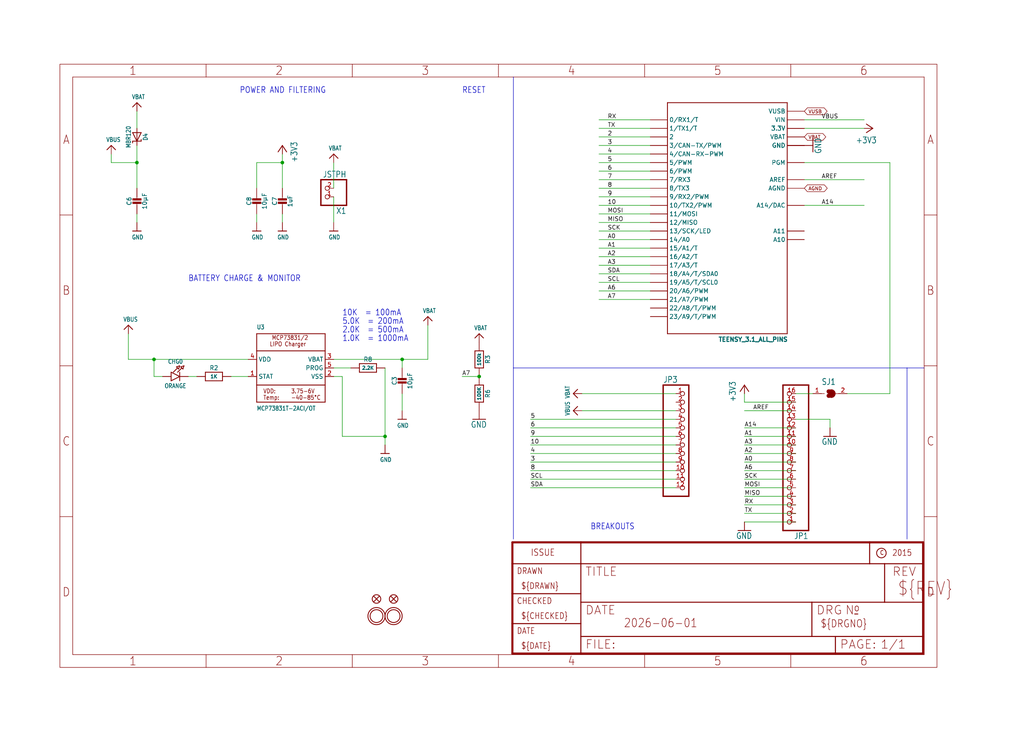
<source format=kicad_sch>
(kicad_sch (version 20230121) (generator eeschema)
  (paper "User" 303.962 217.322)
  (lib_symbols
    (symbol "working-eagle-import:+3V3" (power)
      (property "Value" "+3V3" (at -2.54 -5.08 90))
      (symbol "+3V3_1_0"
        (polyline (pts (xy 0 0) (xy -1.27 -1.905)) (stroke (width 0.254)))
        (polyline (pts (xy 1.27 -1.905) (xy 0 0)) (stroke (width 0.254)))
        (pin power_in line (at 0 -2.54 90) (length 2.54) (name "+3V3") (number "1"))
      )
    )
    (symbol "working-eagle-import:CAP_CERAMIC0603_NO"
      (property "Reference" "C" (at -2.29 1.25 90))
      (symbol "CAP_CERAMIC0603_NO_1_0"
        (rectangle (start -1.27 0.508) (end 1.27 1.016) (fill (type outline)))
        (rectangle (start -1.27 1.524) (end 1.27 2.032) (fill (type outline)))
        (polyline (pts (xy 0 0.762) (xy 0 0)) (stroke (width 0.1524)))
        (polyline (pts (xy 0 2.54) (xy 0 1.778)) (stroke (width 0.1524)))
        (pin passive line (at 0 5.08 270) (length 2.54) (name "1") (number "1"))
        (pin passive line (at 0 -2.54 90) (length 2.54) (name "2") (number "2"))
      )
    )
    (symbol "working-eagle-import:CAP_CERAMIC0805-NOOUTLINE"
      (property "Reference" "C" (at -2.29 1.25 90))
      (symbol "CAP_CERAMIC0805-NOOUTLINE_1_0"
        (rectangle (start -1.27 0.508) (end 1.27 1.016) (fill (type outline)))
        (rectangle (start -1.27 1.524) (end 1.27 2.032) (fill (type outline)))
        (polyline (pts (xy 0 0.762) (xy 0 0)) (stroke (width 0.1524)))
        (polyline (pts (xy 0 2.54) (xy 0 1.778)) (stroke (width 0.1524)))
        (pin passive line (at 0 5.08 270) (length 2.54) (name "1") (number "1"))
        (pin passive line (at 0 -2.54 90) (length 2.54) (name "2") (number "2"))
      )
    )
    (symbol "working-eagle-import:CON_JST_PH_2PIN"
      (property "Reference" "X" (at -6.35 5.715 0))
      (symbol "CON_JST_PH_2PIN_1_0"
        (polyline (pts (xy -6.35 -2.54) (xy 1.27 -2.54)) (stroke (width 0.4064)))
        (polyline (pts (xy -6.35 5.08) (xy -6.35 -2.54)) (stroke (width 0.4064)))
        (polyline (pts (xy 1.27 -2.54) (xy 1.27 5.08)) (stroke (width 0.4064)))
        (polyline (pts (xy 1.27 5.08) (xy -6.35 5.08)) (stroke (width 0.4064)))
        (pin passive inverted (at -2.54 2.54 0) (length 2.54) (name "1") (number "1"))
        (pin passive inverted (at -2.54 0 0) (length 2.54) (name "2") (number "2"))
      )
    )
    (symbol "working-eagle-import:DIODE-SCHOTTKYSOD-123"
      (property "Reference" "D" (at 0 2.54 0))
      (symbol "DIODE-SCHOTTKYSOD-123_1_0"
        (polyline (pts (xy -1.27 -1.27) (xy 1.27 0)) (stroke (width 0.254)))
        (polyline (pts (xy -1.27 1.27) (xy -1.27 -1.27)) (stroke (width 0.254)))
        (polyline (pts (xy 1.27 -1.27) (xy 1.778 -1.27)) (stroke (width 0.254)))
        (polyline (pts (xy 1.27 0) (xy -1.27 1.27)) (stroke (width 0.254)))
        (polyline (pts (xy 1.27 0) (xy 1.27 -1.27)) (stroke (width 0.254)))
        (polyline (pts (xy 1.27 1.27) (xy 0.762 1.27)) (stroke (width 0.254)))
        (polyline (pts (xy 1.27 1.27) (xy 1.27 0)) (stroke (width 0.254)))
        (pin passive line (at -2.54 0 0) (length 2.54) (name "A") (number "A"))
        (pin passive line (at 2.54 0 180) (length 2.54) (name "C") (number "C"))
      )
    )
    (symbol "working-eagle-import:FIDUCIAL{dblquote}{dblquote}"
      (symbol "FIDUCIAL{dblquote}{dblquote}_1_0"
        (polyline (pts (xy -0.762 0.762) (xy 0.762 -0.762)) (stroke (width 0.254)))
        (polyline (pts (xy 0.762 0.762) (xy -0.762 -0.762)) (stroke (width 0.254)))
        (circle (center 0 0) (radius 1.27) (stroke (width 0.254)))
      )
    )
    (symbol "working-eagle-import:FRAME_A4"
      (symbol "FRAME_A4_1_0"
        (polyline (pts (xy 0 44.7675) (xy 3.81 44.7675)))
        (polyline (pts (xy 0 89.535) (xy 3.81 89.535)))
        (polyline (pts (xy 0 134.3025) (xy 3.81 134.3025)))
        (polyline (pts (xy 3.81 3.81) (xy 3.81 175.26)))
        (polyline (pts (xy 43.3917 0) (xy 43.3917 3.81)))
        (polyline (pts (xy 43.3917 175.26) (xy 43.3917 179.07)))
        (polyline (pts (xy 86.7833 0) (xy 86.7833 3.81)))
        (polyline (pts (xy 86.7833 175.26) (xy 86.7833 179.07)))
        (polyline (pts (xy 130.175 0) (xy 130.175 3.81)))
        (polyline (pts (xy 130.175 175.26) (xy 130.175 179.07)))
        (polyline (pts (xy 173.5667 0) (xy 173.5667 3.81)))
        (polyline (pts (xy 173.5667 175.26) (xy 173.5667 179.07)))
        (polyline (pts (xy 216.9583 0) (xy 216.9583 3.81)))
        (polyline (pts (xy 216.9583 175.26) (xy 216.9583 179.07)))
        (polyline (pts (xy 256.54 3.81) (xy 3.81 3.81)))
        (polyline (pts (xy 256.54 3.81) (xy 256.54 8.89)) (stroke (width 0.1016)))
        (polyline (pts (xy 256.54 3.81) (xy 256.54 175.26)))
        (polyline (pts (xy 256.54 8.89) (xy 256.54 13.97)) (stroke (width 0.1016)))
        (polyline (pts (xy 256.54 13.97) (xy 256.54 19.05)) (stroke (width 0.1016)))
        (polyline (pts (xy 256.54 19.05) (xy 256.54 36.83)) (stroke (width 0.1016)))
        (polyline (pts (xy 256.54 44.7675) (xy 260.35 44.7675)))
        (polyline (pts (xy 256.54 89.535) (xy 260.35 89.535)))
        (polyline (pts (xy 256.54 134.3025) (xy 260.35 134.3025)))
        (polyline (pts (xy 256.54 175.26) (xy 3.81 175.26)))
        (polyline (pts (xy 0 0) (xy 260.35 0) (xy 260.35 179.07) (xy 0 179.07) (xy 0 0)))
        (text "1" (at 21.6958 1.905 0) (effects (font (size 2.54 2.286))))
        (text "1" (at 21.6958 177.165 0) (effects (font (size 2.54 2.286))))
        (text "2" (at 65.0875 1.905 0) (effects (font (size 2.54 2.286))))
        (text "2" (at 65.0875 177.165 0) (effects (font (size 2.54 2.286))))
        (text "3" (at 108.4792 1.905 0) (effects (font (size 2.54 2.286))))
        (text "3" (at 108.4792 177.165 0) (effects (font (size 2.54 2.286))))
        (text "4" (at 151.8708 1.905 0) (effects (font (size 2.54 2.286))))
        (text "4" (at 151.8708 177.165 0) (effects (font (size 2.54 2.286))))
        (text "5" (at 195.2625 1.905 0) (effects (font (size 2.54 2.286))))
        (text "5" (at 195.2625 177.165 0) (effects (font (size 2.54 2.286))))
        (text "6" (at 238.6542 1.905 0) (effects (font (size 2.54 2.286))))
        (text "6" (at 238.6542 177.165 0) (effects (font (size 2.54 2.286))))
        (text "A" (at 1.905 156.6863 0) (effects (font (size 2.54 2.286))))
        (text "A" (at 258.445 156.6863 0) (effects (font (size 2.54 2.286))))
        (text "B" (at 1.905 111.9188 0) (effects (font (size 2.54 2.286))))
        (text "B" (at 258.445 111.9188 0) (effects (font (size 2.54 2.286))))
        (text "C" (at 1.905 67.1513 0) (effects (font (size 2.54 2.286))))
        (text "C" (at 258.445 67.1513 0) (effects (font (size 2.54 2.286))))
        (text "D" (at 1.905 22.3838 0) (effects (font (size 2.54 2.286))))
        (text "D" (at 258.445 22.3838 0) (effects (font (size 2.54 2.286))))
      )
      (symbol "FRAME_A4_2_0"
        (polyline (pts (xy -0.3048 1.5748) (xy 20.0152 1.5748)) (stroke (width 0.6096)))
        (polyline (pts (xy -0.3048 10.4648) (xy -0.3048 1.5748)) (stroke (width 0.6096)))
        (polyline (pts (xy -0.3048 10.4648) (xy 20.0152 10.4648)) (stroke (width 0.3048)))
        (polyline (pts (xy -0.3048 19.3548) (xy -0.3048 10.4648)) (stroke (width 0.6096)))
        (polyline (pts (xy -0.3048 19.3548) (xy 20.0152 19.3548)) (stroke (width 0.3048)))
        (polyline (pts (xy -0.3048 28.2448) (xy -0.3048 19.3548)) (stroke (width 0.6096)))
        (polyline (pts (xy -0.3048 28.2448) (xy 20.0152 28.2448)) (stroke (width 0.3048)))
        (polyline (pts (xy -0.3048 34.5948) (xy -0.3048 28.2448)) (stroke (width 0.6096)))
        (polyline (pts (xy 20.0152 1.5748) (xy 20.0152 6.6548)) (stroke (width 0.3048)))
        (polyline (pts (xy 20.0152 1.5748) (xy 95.5802 1.5748)) (stroke (width 0.6096)))
        (polyline (pts (xy 20.0152 6.6548) (xy 20.0152 10.4648)) (stroke (width 0.3048)))
        (polyline (pts (xy 20.0152 6.6548) (xy 88.5952 6.6548)) (stroke (width 0.3048)))
        (polyline (pts (xy 20.0152 10.4648) (xy 20.0152 16.8148)) (stroke (width 0.3048)))
        (polyline (pts (xy 20.0152 16.8148) (xy 20.0152 19.3548)) (stroke (width 0.3048)))
        (polyline (pts (xy 20.0152 19.3548) (xy 20.0152 28.2448)) (stroke (width 0.3048)))
        (polyline (pts (xy 20.0152 28.2448) (xy 20.0152 34.5948)) (stroke (width 0.3048)))
        (polyline (pts (xy 20.0152 28.2448) (xy 105.7402 28.2448)) (stroke (width 0.3048)))
        (polyline (pts (xy 20.0152 34.5948) (xy -0.3048 34.5948)) (stroke (width 0.6096)))
        (polyline (pts (xy 88.5952 6.6548) (xy 95.5802 6.6548)) (stroke (width 0.3048)))
        (polyline (pts (xy 88.5952 16.8148) (xy 20.0152 16.8148)) (stroke (width 0.3048)))
        (polyline (pts (xy 88.5952 16.8148) (xy 88.5952 6.6548)) (stroke (width 0.3048)))
        (polyline (pts (xy 95.5802 1.5748) (xy 121.6152 1.5748)) (stroke (width 0.6096)))
        (polyline (pts (xy 95.5802 6.6548) (xy 95.5802 1.5748)) (stroke (width 0.3048)))
        (polyline (pts (xy 95.5802 6.6548) (xy 121.6152 6.6548)) (stroke (width 0.3048)))
        (polyline (pts (xy 101.2952 13.3223) (xy 102.2477 13.3223)) (stroke (width 0.254)))
        (polyline (pts (xy 105.7402 28.2448) (xy 105.7402 34.5948)) (stroke (width 0.3048)))
        (polyline (pts (xy 105.7402 28.2448) (xy 110.1852 28.2448)) (stroke (width 0.3048)))
        (polyline (pts (xy 105.7402 34.5948) (xy 20.0152 34.5948)) (stroke (width 0.6096)))
        (polyline (pts (xy 110.1852 16.8148) (xy 88.5952 16.8148)) (stroke (width 0.3048)))
        (polyline (pts (xy 110.1852 28.2448) (xy 110.1852 16.8148)) (stroke (width 0.3048)))
        (polyline (pts (xy 110.1852 28.2448) (xy 121.6152 28.2448)) (stroke (width 0.3048)))
        (polyline (pts (xy 121.6152 6.6548) (xy 121.6152 1.5748)) (stroke (width 0.6096)))
        (polyline (pts (xy 121.6152 16.8148) (xy 110.1852 16.8148)) (stroke (width 0.3048)))
        (polyline (pts (xy 121.6152 16.8148) (xy 121.6152 6.6548)) (stroke (width 0.6096)))
        (polyline (pts (xy 121.6152 28.2448) (xy 121.6152 16.8148)) (stroke (width 0.6096)))
        (polyline (pts (xy 121.6152 34.5948) (xy 105.7402 34.5948)) (stroke (width 0.6096)))
        (polyline (pts (xy 121.6152 34.5948) (xy 121.6152 28.2448)) (stroke (width 0.6096)))
        (circle (center 109.2327 31.4198) (radius 1.4199) (stroke (width 0.254)))
        (text "${#}/${##}" (at 108.9152 2.8448 0) (effects (font (size 2.54 2.54)) (justify left bottom)))
        (text "${CHECKED}" (at 2.2352 11.7348 0) (effects (font (size 1.778 1.5113)) (justify left bottom)))
        (text "${COMPANY}" (at 23.349 29.6735 0) (effects (font (size 3.175 2.6987) (thickness 0.5397) bold) (justify left bottom)))
        (text "${CURRENT_DATE}" (at 32.7152 9.1948 0) (effects (font (size 2.54 2.159)) (justify left bottom)))
        (text "${DATE}" (at 2.2352 2.8448 0) (effects (font (size 1.778 1.5113)) (justify left bottom)))
        (text "${DRAWN}" (at 2.2352 20.6248 0) (effects (font (size 1.778 1.5113)) (justify left bottom)))
        (text "${DRGNO}" (at 91.1352 9.1948 0) (effects (font (size 2.1844 1.8567)) (justify left bottom)))
        (text "${PROJECTNAME}" (at 33.0327 2.8448 0) (effects (font (size 2.54 2.159)) (justify left bottom)))
        (text "${REV}" (at 113.9952 18.7198 0) (effects (font (size 3.81 3.2385)) (justify left bottom)))
        (text "2015" (at 112.4077 30.4673 0) (effects (font (size 1.778 1.5113)) (justify left bottom)))
        (text "C" (at 108.7564 30.7848 0) (effects (font (size 1.27 1.0795)) (justify left bottom)))
        (text "CHECKED" (at 0.9652 16.1798 0) (effects (font (size 1.778 1.5113)) (justify left bottom)))
        (text "DATE" (at 0.9652 7.2898 0) (effects (font (size 1.778 1.5113)) (justify left bottom)))
        (text "DATE" (at 21.2852 13.0048 0) (effects (font (size 2.54 2.54)) (justify left bottom)))
        (text "DRAWN" (at 0.9652 25.0698 0) (effects (font (size 1.778 1.5113)) (justify left bottom)))
        (text "DRG" (at 89.8652 13.0048 0) (effects (font (size 2.54 2.54)) (justify left bottom)))
        (text "FILE:" (at 21.2852 2.8448 0) (effects (font (size 2.54 2.54)) (justify left bottom)))
        (text "ISSUE" (at 5.0927 30.4673 0) (effects (font (size 1.9304 1.6408)) (justify left bottom)))
        (text "N" (at 98.4377 13.0048 0) (effects (font (size 2.54 2.54)) (justify left bottom)))
        (text "o" (at 100.9777 13.9573 0) (effects (font (size 2.1844 1.8567)) (justify left bottom)))
        (text "PAGE:" (at 96.8502 2.8448 0) (effects (font (size 2.54 2.54)) (justify left bottom)))
        (text "REV" (at 112.4077 24.4348 0) (effects (font (size 2.54 2.54)) (justify left bottom)))
        (text "TITLE" (at 21.2852 24.4348 0) (effects (font (size 2.54 2.54)) (justify left bottom)))
      )
    )
    (symbol "working-eagle-import:GND" (power)
      (property "Value" "GND" (at -1.524 -2.54 0))
      (symbol "GND_1_0"
        (polyline (pts (xy -1.27 0) (xy 1.27 0)) (stroke (width 0.254)))
        (pin power_in line (at 0 2.54 270) (length 2.54) (name "GND") (number "1"))
      )
    )
    (symbol "working-eagle-import:HEADER-1X12"
      (property "Reference" "JP" (at -6.35 18.415 0))
      (symbol "HEADER-1X12_1_0"
        (polyline (pts (xy -6.35 -15.24) (xy 1.27 -15.24)) (stroke (width 0.4064)))
        (polyline (pts (xy -6.35 17.78) (xy -6.35 -15.24)) (stroke (width 0.4064)))
        (polyline (pts (xy 1.27 -15.24) (xy 1.27 17.78)) (stroke (width 0.4064)))
        (polyline (pts (xy 1.27 17.78) (xy -6.35 17.78)) (stroke (width 0.4064)))
        (pin passive inverted (at -2.54 15.24 0) (length 2.54) (name "1") (number "1"))
        (pin passive inverted (at -2.54 -7.62 0) (length 2.54) (name "10") (number "10"))
        (pin passive inverted (at -2.54 -10.16 0) (length 2.54) (name "11") (number "11"))
        (pin passive inverted (at -2.54 -12.7 0) (length 2.54) (name "12") (number "12"))
        (pin passive inverted (at -2.54 12.7 0) (length 2.54) (name "2") (number "2"))
        (pin passive inverted (at -2.54 10.16 0) (length 2.54) (name "3") (number "3"))
        (pin passive inverted (at -2.54 7.62 0) (length 2.54) (name "4") (number "4"))
        (pin passive inverted (at -2.54 5.08 0) (length 2.54) (name "5") (number "5"))
        (pin passive inverted (at -2.54 2.54 0) (length 2.54) (name "6") (number "6"))
        (pin passive inverted (at -2.54 0 0) (length 2.54) (name "7") (number "7"))
        (pin passive inverted (at -2.54 -2.54 0) (length 2.54) (name "8") (number "8"))
        (pin passive inverted (at -2.54 -5.08 0) (length 2.54) (name "9") (number "9"))
      )
    )
    (symbol "working-eagle-import:HEADER-1X16ROUND"
      (property "Reference" "JP" (at -6.35 20.955 0))
      (symbol "HEADER-1X16ROUND_1_0"
        (polyline (pts (xy -6.35 -22.86) (xy 1.27 -22.86)) (stroke (width 0.4064)))
        (polyline (pts (xy -6.35 20.32) (xy -6.35 -22.86)) (stroke (width 0.4064)))
        (polyline (pts (xy 1.27 -22.86) (xy 1.27 20.32)) (stroke (width 0.4064)))
        (polyline (pts (xy 1.27 20.32) (xy -6.35 20.32)) (stroke (width 0.4064)))
        (pin passive inverted (at -2.54 17.78 0) (length 2.54) (name "1") (number "1"))
        (pin passive inverted (at -2.54 -5.08 0) (length 2.54) (name "10") (number "10"))
        (pin passive inverted (at -2.54 -7.62 0) (length 2.54) (name "11") (number "11"))
        (pin passive inverted (at -2.54 -10.16 0) (length 2.54) (name "12") (number "12"))
        (pin passive inverted (at -2.54 -12.7 0) (length 2.54) (name "13") (number "13"))
        (pin passive inverted (at -2.54 -15.24 0) (length 2.54) (name "14") (number "14"))
        (pin passive inverted (at -2.54 -17.78 0) (length 2.54) (name "15") (number "15"))
        (pin passive inverted (at -2.54 -20.32 0) (length 2.54) (name "16") (number "16"))
        (pin passive inverted (at -2.54 15.24 0) (length 2.54) (name "2") (number "2"))
        (pin passive inverted (at -2.54 12.7 0) (length 2.54) (name "3") (number "3"))
        (pin passive inverted (at -2.54 10.16 0) (length 2.54) (name "4") (number "4"))
        (pin passive inverted (at -2.54 7.62 0) (length 2.54) (name "5") (number "5"))
        (pin passive inverted (at -2.54 5.08 0) (length 2.54) (name "6") (number "6"))
        (pin passive inverted (at -2.54 2.54 0) (length 2.54) (name "7") (number "7"))
        (pin passive inverted (at -2.54 0 0) (length 2.54) (name "8") (number "8"))
        (pin passive inverted (at -2.54 -2.54 0) (length 2.54) (name "9") (number "9"))
      )
    )
    (symbol "working-eagle-import:LED0805_NOOUTLINE"
      (property "Reference" "D" (at -1.27 4.445 0))
      (symbol "LED0805_NOOUTLINE_1_0"
        (polyline (pts (xy -2.54 -1.27) (xy 0 0)) (stroke (width 0.254)))
        (polyline (pts (xy -2.54 1.27) (xy -2.54 -1.27)) (stroke (width 0.254)))
        (polyline (pts (xy -1.905 1.27) (xy -0.635 2.54)) (stroke (width 0.254)))
        (polyline (pts (xy -0.9525 2.8575) (xy -0.3175 2.2225)) (stroke (width 0.254)))
        (polyline (pts (xy -0.635 1.27) (xy 0.635 2.54)) (stroke (width 0.254)))
        (polyline (pts (xy -0.3175 2.2225) (xy 0 3.175)) (stroke (width 0.254)))
        (polyline (pts (xy 0 0) (xy -2.54 1.27)) (stroke (width 0.254)))
        (polyline (pts (xy 0 0) (xy 0 -1.27)) (stroke (width 0.254)))
        (polyline (pts (xy 0 1.27) (xy 0 0)) (stroke (width 0.254)))
        (polyline (pts (xy 0 3.175) (xy -0.9525 2.8575)) (stroke (width 0.254)))
        (polyline (pts (xy 0.3175 2.8575) (xy 0.9525 2.2225)) (stroke (width 0.254)))
        (polyline (pts (xy 0.9525 2.2225) (xy 1.27 3.175)) (stroke (width 0.254)))
        (polyline (pts (xy 1.27 3.175) (xy 0.3175 2.8575)) (stroke (width 0.254)))
        (pin passive line (at -5.08 0 0) (length 2.54) (name "A") (number "A"))
        (pin passive line (at 2.54 0 180) (length 2.54) (name "C") (number "C"))
      )
    )
    (symbol "working-eagle-import:MCP73831/2"
      (property "Reference" "U" (at -10.16 11.43 0))
      (symbol "MCP73831/2_1_0"
        (polyline (pts (xy -10.16 -5.08) (xy -10.16 -10.16)) (stroke (width 0.254)))
        (polyline (pts (xy -10.16 -5.08) (xy -10.16 5.08)) (stroke (width 0.254)))
        (polyline (pts (xy -10.16 5.08) (xy 10.16 5.08)) (stroke (width 0.254)))
        (polyline (pts (xy -10.16 10.16) (xy -10.16 5.08)) (stroke (width 0.254)))
        (polyline (pts (xy -10.16 10.16) (xy 10.16 10.16)) (stroke (width 0.254)))
        (polyline (pts (xy 10.16 -10.16) (xy -10.16 -10.16)) (stroke (width 0.254)))
        (polyline (pts (xy 10.16 -5.08) (xy -10.16 -5.08)) (stroke (width 0.254)))
        (polyline (pts (xy 10.16 -5.08) (xy 10.16 -10.16)) (stroke (width 0.254)))
        (polyline (pts (xy 10.16 5.08) (xy 10.16 -5.08)) (stroke (width 0.254)))
        (polyline (pts (xy 10.16 10.16) (xy 10.16 5.08)) (stroke (width 0.254)))
        (text "-40-85°C" (at 0 -9.525 0) (effects (font (size 1.27 1.0795)) (justify left bottom)))
        (text "3.75-6V" (at 0 -7.62 0) (effects (font (size 1.27 1.0795)) (justify left bottom)))
        (text "LIPO Charger" (at -6.35 6.35 0) (effects (font (size 1.27 1.0795)) (justify left bottom)))
        (text "MCP73831/2" (at -5.715 8.255 0) (effects (font (size 1.27 1.0795)) (justify left bottom)))
        (text "Temp:" (at -8.255 -9.525 0) (effects (font (size 1.27 1.0795)) (justify left bottom)))
        (text "VDD:" (at -8.255 -7.62 0) (effects (font (size 1.27 1.0795)) (justify left bottom)))
        (pin output line (at -12.7 -2.54 0) (length 2.54) (name "STAT") (number "1"))
        (pin power_in line (at 12.7 -2.54 180) (length 2.54) (name "VSS") (number "2"))
        (pin power_in line (at 12.7 2.54 180) (length 2.54) (name "VBAT") (number "3"))
        (pin power_in line (at -12.7 2.54 0) (length 2.54) (name "VDD") (number "4"))
        (pin input line (at 12.7 0 180) (length 2.54) (name "PROG") (number "5"))
      )
    )
    (symbol "working-eagle-import:MOUNTINGHOLE2.5"
      (symbol "MOUNTINGHOLE2.5_1_0"
        (circle (center 0 0) (radius 1.905) (stroke (width 0.254)))
        (circle (center 0 0) (radius 2.54) (stroke (width 0.254)))
      )
    )
    (symbol "working-eagle-import:RESISTOR_0603_NOOUT"
      (property "Reference" "R" (at 0 2.54 0))
      (symbol "RESISTOR_0603_NOOUT_1_0"
        (polyline (pts (xy -2.54 -1.27) (xy -2.54 1.27)) (stroke (width 0.254)))
        (polyline (pts (xy -2.54 1.27) (xy 2.54 1.27)) (stroke (width 0.254)))
        (polyline (pts (xy 2.54 -1.27) (xy -2.54 -1.27)) (stroke (width 0.254)))
        (polyline (pts (xy 2.54 1.27) (xy 2.54 -1.27)) (stroke (width 0.254)))
        (pin passive line (at -5.08 0 0) (length 2.54) (name "1") (number "1"))
        (pin passive line (at 5.08 0 180) (length 2.54) (name "2") (number "2"))
      )
    )
    (symbol "working-eagle-import:SOLDERJUMPERCLOSED"
      (property "Reference" "SJ" (at -2.54 2.54 0))
      (symbol "SOLDERJUMPERCLOSED_1_0"
        (arc (start -0.381 -0.635) (mid 0.2541 -0.0001) (end -0.3808 0.635) (stroke (width 1.27)))
        (polyline (pts (xy -2.54 0) (xy -1.651 0)) (stroke (width 0.1524)))
        (polyline (pts (xy 2.54 0) (xy 1.651 0)) (stroke (width 0.1524)))
        (arc (start 0.3808 -0.635) (mid 1.0132 -0.0001) (end 0.381 0.635) (stroke (width 1.27)))
        (pin passive line (at -5.08 0 0) (length 2.54) (name "1") (number "1"))
        (pin passive line (at 5.08 0 180) (length 2.54) (name "2") (number "2"))
      )
    )
    (symbol "working-eagle-import:TEENSY_3.1_ALL_PINS"
      (symbol "TEENSY_3.1_ALL_PINS_1_0"
        (polyline (pts (xy -17.78 -35.56) (xy 17.78 -35.56)) (stroke (width 0.254)))
        (polyline (pts (xy -17.78 33.02) (xy -17.78 -35.56)) (stroke (width 0.254)))
        (polyline (pts (xy 17.78 -35.56) (xy 17.78 33.02)) (stroke (width 0.254)))
        (polyline (pts (xy 17.78 33.02) (xy -17.78 33.02)) (stroke (width 0.254)))
        (pin bidirectional line (at -22.86 27.94 0) (length 5.08) (name "0/RX1/T") (number "0"))
        (pin bidirectional line (at -22.86 25.4 0) (length 5.08) (name "1/TX1/T") (number "1"))
        (pin bidirectional line (at -22.86 2.54 0) (length 5.08) (name "10/TX2/PWM") (number "10"))
        (pin bidirectional line (at -22.86 0 0) (length 5.08) (name "11/MOSI") (number "11"))
        (pin bidirectional line (at -22.86 -2.54 0) (length 5.08) (name "12/MISO") (number "12"))
        (pin bidirectional line (at -22.86 -5.08 0) (length 5.08) (name "13/SCK/LED") (number "13"))
        (pin bidirectional line (at -22.86 -7.62 0) (length 5.08) (name "14/A0") (number "14/A0"))
        (pin bidirectional line (at -22.86 -10.16 0) (length 5.08) (name "15/A1/T") (number "15/A1"))
        (pin bidirectional line (at -22.86 -12.7 0) (length 5.08) (name "16/A2/T") (number "16/A2"))
        (pin bidirectional line (at -22.86 -15.24 0) (length 5.08) (name "17/A3/T") (number "17/A3"))
        (pin bidirectional line (at -22.86 -17.78 0) (length 5.08) (name "18/A4/T/SDA0") (number "18/A4"))
        (pin bidirectional line (at -22.86 -20.32 0) (length 5.08) (name "19/A5/T/SCL0") (number "19/A5"))
        (pin bidirectional line (at -22.86 22.86 0) (length 5.08) (name "2") (number "2"))
        (pin bidirectional line (at -22.86 -22.86 0) (length 5.08) (name "20/A6/PWM") (number "20/A6"))
        (pin bidirectional line (at -22.86 -25.4 0) (length 5.08) (name "21/A7/PWM") (number "21/A7"))
        (pin bidirectional line (at -22.86 -27.94 0) (length 5.08) (name "22/A8/T/PWM") (number "22/A8"))
        (pin bidirectional line (at -22.86 -30.48 0) (length 5.08) (name "23/A9/T/PWM") (number "23/A9"))
        (pin bidirectional line (at -22.86 20.32 0) (length 5.08) (name "3/CAN-TX/PWM") (number "3"))
        (pin power_in line (at 22.86 25.4 180) (length 5.08) (name "3.3V") (number "3.3V"))
        (pin power_in line (at 22.86 25.4 180) (length 5.08) (name "3.3V") (number "3.3V1"))
        (pin bidirectional line (at -22.86 17.78 0) (length 5.08) (name "4/CAN-RX-PWM") (number "4"))
        (pin bidirectional line (at -22.86 15.24 0) (length 5.08) (name "5/PWM") (number "5"))
        (pin bidirectional line (at -22.86 12.7 0) (length 5.08) (name "6/PWM") (number "6"))
        (pin bidirectional line (at -22.86 10.16 0) (length 5.08) (name "7/RX3") (number "7"))
        (pin bidirectional line (at -22.86 7.62 0) (length 5.08) (name "8/TX3") (number "8"))
        (pin bidirectional line (at -22.86 5.08 0) (length 5.08) (name "9/RX2/PWM") (number "9"))
        (pin bidirectional line (at 22.86 -7.62 180) (length 5.08) (name "A10") (number "A10"))
        (pin bidirectional line (at 22.86 -5.08 180) (length 5.08) (name "A11") (number "A11"))
        (pin power_in line (at 22.86 7.62 180) (length 5.08) (name "AGND") (number "AGND"))
        (pin power_in line (at 22.86 10.16 180) (length 5.08) (name "AREF") (number "AREF"))
        (pin power_in line (at 22.86 20.32 180) (length 5.08) (name "GND") (number "GND"))
        (pin power_in line (at 22.86 20.32 180) (length 5.08) (name "GND") (number "GND1"))
        (pin bidirectional line (at 22.86 15.24 180) (length 5.08) (name "PGM") (number "PGM"))
        (pin bidirectional line (at 22.86 2.54 180) (length 5.08) (name "A14/DAC") (number "RESET/DAC"))
        (pin power_in line (at 22.86 22.86 180) (length 5.08) (name "VBAT") (number "VBAT"))
        (pin power_in line (at 22.86 27.94 180) (length 5.08) (name "VIN") (number "VIN"))
        (pin power_in line (at 22.86 30.48 180) (length 5.08) (name "VUSB") (number "VUSB"))
      )
    )
    (symbol "working-eagle-import:VBAT" (power)
      (property "Value" "VBAT" (at -1.524 1.016 0))
      (symbol "VBAT_1_0"
        (polyline (pts (xy -1.27 -1.27) (xy 0 0)) (stroke (width 0.254)))
        (polyline (pts (xy 0 0) (xy 1.27 -1.27)) (stroke (width 0.254)))
        (pin power_in line (at 0 -2.54 90) (length 2.54) (name "VBAT") (number "1"))
      )
    )
    (symbol "working-eagle-import:VBUS" (power)
      (property "Value" "VBUS" (at -1.524 1.016 0))
      (symbol "VBUS_1_0"
        (polyline (pts (xy -1.27 -1.27) (xy 0 0)) (stroke (width 0.254)))
        (polyline (pts (xy 0 0) (xy 1.27 -1.27)) (stroke (width 0.254)))
        (pin power_in line (at 0 -2.54 90) (length 2.54) (name "VBUS") (number "1"))
      )
    )
    (symbol "working-eagle-import:supply1_GND" (power)
      (property "Value" "supply1_GND" (at -2.54 -2.54 0))
      (symbol "supply1_GND_1_0"
        (polyline (pts (xy -1.905 0) (xy 1.905 0)) (stroke (width 0.254)))
        (pin power_in line (at 0 2.54 270) (length 2.54) (name "GND") (number "1"))
      )
    )
  )
  (junction (at 83.82 48.26))
  (junction (at 142.24 111.76))
  (junction (at 40.64 48.26))
  (junction (at 119.38 106.68))
  (junction (at 45.72 106.68))
  (junction (at 114.3 129.54))
  (wire (pts (xy 193.04 48.26) (xy 177.8 48.26)) (stroke (width 0.1524)))
  (wire (pts (xy 157.48 144.78) (xy 200.66 144.78)) (stroke (width 0.1524)))
  (wire (pts (xy 157.48 137.16) (xy 200.66 137.16)) (stroke (width 0.1524)))
  (wire (pts (xy 99.06 111.76) (xy 101.6 111.76)) (stroke (width 0.1524)))
  (wire (pts (xy 177.8 60.96) (xy 193.04 60.96)) (stroke (width 0.1524)))
  (wire (pts (xy 236.22 144.78) (xy 220.98 144.78)) (stroke (width 0.1524)))
  (wire (pts (xy 38.1 106.68) (xy 45.72 106.68)) (stroke (width 0.1524)))
  (wire (pts (xy 220.98 129.54) (xy 236.22 129.54)) (stroke (width 0.1524)))
  (wire (pts (xy 238.76 35.56) (xy 256.54 35.56)) (stroke (width 0.1524)))
  (wire (pts (xy 200.66 121.92) (xy 172.72 121.92)) (stroke (width 0.1524)))
  (wire (pts (xy 99.06 48.26) (xy 99.06 55.88)) (stroke (width 0.1524)))
  (wire (pts (xy 177.8 50.8) (xy 193.04 50.8)) (stroke (width 0.1524)))
  (wire (pts (xy 142.24 111.76) (xy 137.16 111.76)) (stroke (width 0.1524)))
  (wire (pts (xy 238.76 53.34) (xy 256.54 53.34)) (stroke (width 0.1524)))
  (wire (pts (xy 177.8 86.36) (xy 193.04 86.36)) (stroke (width 0.1524)))
  (wire (pts (xy 177.8 81.28) (xy 193.04 81.28)) (stroke (width 0.1524)))
  (wire (pts (xy 193.04 73.66) (xy 177.8 73.66)) (stroke (width 0.1524)))
  (wire (pts (xy 246.38 124.46) (xy 246.38 127)) (stroke (width 0.1524)))
  (wire (pts (xy 251.46 116.84) (xy 264.16 116.84)) (stroke (width 0.1524)))
  (wire (pts (xy 119.38 106.68) (xy 99.06 106.68)) (stroke (width 0.1524)))
  (wire (pts (xy 193.04 63.5) (xy 177.8 63.5)) (stroke (width 0.1524)))
  (wire (pts (xy 114.3 129.54) (xy 114.3 132.08)) (stroke (width 0.1524)))
  (wire (pts (xy 193.04 35.56) (xy 177.8 35.56)) (stroke (width 0.1524)))
  (wire (pts (xy 177.8 58.42) (xy 193.04 58.42)) (stroke (width 0.1524)))
  (wire (pts (xy 40.64 43.18) (xy 40.64 48.26)) (stroke (width 0.1524)))
  (wire (pts (xy 241.3 116.84) (xy 236.22 116.84)) (stroke (width 0.1524)))
  (wire (pts (xy 38.1 99.06) (xy 38.1 106.68)) (stroke (width 0.1524)))
  (wire (pts (xy 40.64 38.1) (xy 40.64 33.02)) (stroke (width 0.1524)))
  (wire (pts (xy 83.82 48.26) (xy 83.82 45.72)) (stroke (width 0.1524)))
  (wire (pts (xy 177.8 71.12) (xy 193.04 71.12)) (stroke (width 0.1524)))
  (wire (pts (xy 127 96.52) (xy 127 106.68)) (stroke (width 0.1524)))
  (wire (pts (xy 220.98 119.38) (xy 236.22 119.38)) (stroke (width 0.1524)))
  (wire (pts (xy 236.22 149.86) (xy 220.98 149.86)) (stroke (width 0.1524)))
  (wire (pts (xy 45.72 111.76) (xy 45.72 106.68)) (stroke (width 0.1524)))
  (wire (pts (xy 177.8 43.18) (xy 193.04 43.18)) (stroke (width 0.1524)))
  (wire (pts (xy 68.58 111.76) (xy 73.66 111.76)) (stroke (width 0.1524)))
  (polyline (pts (xy 152.4 109.22) (xy 152.4 22.86)) (stroke (width 0.1524) (type solid)))
  (wire (pts (xy 48.26 111.76) (xy 45.72 111.76)) (stroke (width 0.1524)))
  (wire (pts (xy 193.04 78.74) (xy 177.8 78.74)) (stroke (width 0.1524)))
  (wire (pts (xy 83.82 63.5) (xy 83.82 66.04)) (stroke (width 0.1524)))
  (wire (pts (xy 45.72 106.68) (xy 73.66 106.68)) (stroke (width 0.1524)))
  (polyline (pts (xy 152.4 160.02) (xy 152.4 109.22)) (stroke (width 0.1524) (type solid)))
  (wire (pts (xy 220.98 152.4) (xy 236.22 152.4)) (stroke (width 0.1524)))
  (wire (pts (xy 200.66 134.62) (xy 157.48 134.62)) (stroke (width 0.1524)))
  (wire (pts (xy 193.04 68.58) (xy 177.8 68.58)) (stroke (width 0.1524)))
  (wire (pts (xy 33.02 48.26) (xy 40.64 48.26)) (stroke (width 0.1524)))
  (wire (pts (xy 193.04 55.88) (xy 177.8 55.88)) (stroke (width 0.1524)))
  (wire (pts (xy 172.72 116.84) (xy 200.66 116.84)) (stroke (width 0.1524)))
  (polyline (pts (xy 269.24 109.22) (xy 152.4 109.22)) (stroke (width 0.1524) (type solid)))
  (wire (pts (xy 157.48 127) (xy 200.66 127)) (stroke (width 0.1524)))
  (wire (pts (xy 83.82 48.26) (xy 83.82 55.88)) (stroke (width 0.1524)))
  (wire (pts (xy 220.98 147.32) (xy 236.22 147.32)) (stroke (width 0.1524)))
  (wire (pts (xy 76.2 48.26) (xy 83.82 48.26)) (stroke (width 0.1524)))
  (wire (pts (xy 40.64 63.5) (xy 40.64 66.04)) (stroke (width 0.1524)))
  (wire (pts (xy 236.22 137.16) (xy 220.98 137.16)) (stroke (width 0.1524)))
  (wire (pts (xy 76.2 63.5) (xy 76.2 66.04)) (stroke (width 0.1524)))
  (wire (pts (xy 236.22 127) (xy 220.98 127)) (stroke (width 0.1524)))
  (wire (pts (xy 238.76 60.96) (xy 256.54 60.96)) (stroke (width 0.1524)))
  (wire (pts (xy 193.04 40.64) (xy 177.8 40.64)) (stroke (width 0.1524)))
  (wire (pts (xy 55.88 111.76) (xy 58.42 111.76)) (stroke (width 0.1524)))
  (wire (pts (xy 256.54 38.1) (xy 238.76 38.1)) (stroke (width 0.1524)))
  (wire (pts (xy 220.98 134.62) (xy 236.22 134.62)) (stroke (width 0.1524)))
  (wire (pts (xy 236.22 142.24) (xy 220.98 142.24)) (stroke (width 0.1524)))
  (wire (pts (xy 119.38 109.22) (xy 119.38 106.68)) (stroke (width 0.1524)))
  (wire (pts (xy 119.38 116.84) (xy 119.38 121.92)) (stroke (width 0.1524)))
  (wire (pts (xy 264.16 48.26) (xy 238.76 48.26)) (stroke (width 0.1524)))
  (wire (pts (xy 193.04 83.82) (xy 177.8 83.82)) (stroke (width 0.1524)))
  (wire (pts (xy 193.04 38.1) (xy 177.8 38.1)) (stroke (width 0.1524)))
  (wire (pts (xy 114.3 109.22) (xy 114.3 129.54)) (stroke (width 0.1524)))
  (wire (pts (xy 193.04 53.34) (xy 177.8 53.34)) (stroke (width 0.1524)))
  (wire (pts (xy 220.98 116.84) (xy 220.98 119.38)) (stroke (width 0.1524)))
  (wire (pts (xy 200.66 129.54) (xy 157.48 129.54)) (stroke (width 0.1524)))
  (wire (pts (xy 33.02 45.72) (xy 33.02 48.26)) (stroke (width 0.1524)))
  (wire (pts (xy 236.22 124.46) (xy 246.38 124.46)) (stroke (width 0.1524)))
  (wire (pts (xy 177.8 76.2) (xy 193.04 76.2)) (stroke (width 0.1524)))
  (polyline (pts (xy 269.24 160.02) (xy 269.24 109.22)) (stroke (width 0.1524) (type solid)))
  (wire (pts (xy 99.06 66.04) (xy 99.06 58.42)) (stroke (width 0.1524)))
  (wire (pts (xy 236.22 121.92) (xy 220.98 121.92)) (stroke (width 0.1524)))
  (wire (pts (xy 200.66 124.46) (xy 157.48 124.46)) (stroke (width 0.1524)))
  (wire (pts (xy 99.06 109.22) (xy 104.14 109.22)) (stroke (width 0.1524)))
  (wire (pts (xy 193.04 88.9) (xy 177.8 88.9)) (stroke (width 0.1524)))
  (polyline (pts (xy 274.32 109.22) (xy 269.24 109.22)) (stroke (width 0.1524) (type solid)))
  (wire (pts (xy 220.98 139.7) (xy 236.22 139.7)) (stroke (width 0.1524)))
  (wire (pts (xy 76.2 55.88) (xy 76.2 48.26)) (stroke (width 0.1524)))
  (wire (pts (xy 40.64 48.26) (xy 40.64 55.88)) (stroke (width 0.1524)))
  (wire (pts (xy 264.16 116.84) (xy 264.16 48.26)) (stroke (width 0.1524)))
  (wire (pts (xy 200.66 139.7) (xy 157.48 139.7)) (stroke (width 0.1524)))
  (wire (pts (xy 119.38 106.68) (xy 127 106.68)) (stroke (width 0.1524)))
  (wire (pts (xy 177.8 45.72) (xy 193.04 45.72)) (stroke (width 0.1524)))
  (wire (pts (xy 200.66 142.24) (xy 157.48 142.24)) (stroke (width 0.1524)))
  (wire (pts (xy 101.6 111.76) (xy 101.6 129.54)) (stroke (width 0.1524)))
  (wire (pts (xy 177.8 66.04) (xy 193.04 66.04)) (stroke (width 0.1524)))
  (wire (pts (xy 157.48 132.08) (xy 200.66 132.08)) (stroke (width 0.1524)))
  (wire (pts (xy 101.6 129.54) (xy 114.3 129.54)) (stroke (width 0.1524)))
  (wire (pts (xy 220.98 154.94) (xy 236.22 154.94)) (stroke (width 0.1524)))
  (wire (pts (xy 236.22 132.08) (xy 220.98 132.08)) (stroke (width 0.1524)))
  (text "5.0K  = 200mA" (at 101.6 96.52 0) (effects (font (size 1.778 1.5113)) (justify left bottom)))
  (text "POWER AND FILTERING" (at 71.12 27.94 0) (effects (font (size 1.778 1.5113)) (justify left bottom)))
  (text "1.0K  = 1000mA" (at 101.6 101.6 0) (effects (font (size 1.778 1.5113)) (justify left bottom)))
  (text "10K  = 100mA" (at 101.6 93.98 0) (effects (font (size 1.778 1.5113)) (justify left bottom)))
  (text "BATTERY CHARGE & MONITOR" (at 55.88 83.82 0) (effects (font (size 1.778 1.5113)) (justify left bottom)))
  (text "RESET" (at 137.16 27.94 0) (effects (font (size 1.778 1.5113)) (justify left bottom)))
  (text "2.0K  = 500mA" (at 101.6 99.06 0) (effects (font (size 1.778 1.5113)) (justify left bottom)))
  (text "BREAKOUTS" (at 175.26 157.48 0) (effects (font (size 1.778 1.5113)) (justify left bottom)))
  (label "SCL" (at 157.48 142.24 0) (effects (font (size 1.2446 1.2446))))
  (label "SDA" (at 157.48 144.78 0) (effects (font (size 1.2446 1.2446))))
  (label "TX" (at 220.98 152.4 0) (effects (font (size 1.2446 1.2446))))
  (label "10" (at 157.48 132.08 0) (effects (font (size 1.2446 1.2446))))
  (label "SDA" (at 180.34 81.28 0) (effects (font (size 1.2446 1.2446))))
  (label "A3" (at 180.34 78.74 0) (effects (font (size 1.2446 1.2446))))
  (label "5" (at 180.34 48.26 0) (effects (font (size 1.2446 1.2446))))
  (label "A1" (at 180.34 73.66 0) (effects (font (size 1.2446 1.2446))))
  (label "VBUS" (at 243.84 35.56 0) (effects (font (size 1.2446 1.2446))))
  (label "3" (at 157.48 137.16 0) (effects (font (size 1.2446 1.2446))))
  (label "7" (at 180.34 53.34 0) (effects (font (size 1.2446 1.2446))))
  (label "A6" (at 180.34 86.36 0) (effects (font (size 1.2446 1.2446))))
  (label "6" (at 180.34 50.8 0) (effects (font (size 1.2446 1.2446))))
  (label "5" (at 157.48 124.46 0) (effects (font (size 1.2446 1.2446))))
  (label "MOSI" (at 180.34 63.5 0) (effects (font (size 1.2446 1.2446))))
  (label "A14" (at 220.98 127 0) (effects (font (size 1.2446 1.2446))))
  (label "A0" (at 180.34 71.12 0) (effects (font (size 1.2446 1.2446))))
  (label "TX" (at 180.34 38.1 0) (effects (font (size 1.2446 1.2446))))
  (label "6" (at 157.48 127 0) (effects (font (size 1.2446 1.2446))))
  (label "MOSI" (at 220.98 144.78 0) (effects (font (size 1.2446 1.2446))))
  (label "9" (at 180.34 58.42 0) (effects (font (size 1.2446 1.2446))))
  (label "AREF" (at 223.52 121.92 0) (effects (font (size 1.2446 1.2446))))
  (label "A7" (at 137.16 111.76 0) (effects (font (size 1.2446 1.2446))))
  (label "RX" (at 220.98 149.86 0) (effects (font (size 1.2446 1.2446))))
  (label "4" (at 157.48 134.62 0) (effects (font (size 1.2446 1.2446))))
  (label "SCL" (at 180.34 83.82 0) (effects (font (size 1.2446 1.2446))))
  (label "A1" (at 220.98 129.54 0) (effects (font (size 1.2446 1.2446))))
  (label "A0" (at 220.98 137.16 0) (effects (font (size 1.2446 1.2446))))
  (label "A2" (at 180.34 76.2 0) (effects (font (size 1.2446 1.2446))))
  (label "10" (at 180.34 60.96 0) (effects (font (size 1.2446 1.2446))))
  (label "MISO" (at 220.98 147.32 0) (effects (font (size 1.2446 1.2446))))
  (label "2" (at 180.34 40.64 0) (effects (font (size 1.2446 1.2446))))
  (label "MISO" (at 180.34 66.04 0) (effects (font (size 1.2446 1.2446))))
  (label "9" (at 157.48 129.54 0) (effects (font (size 1.2446 1.2446))))
  (label "RX" (at 180.34 35.56 0) (effects (font (size 1.2446 1.2446))))
  (label "A3" (at 220.98 132.08 0) (effects (font (size 1.2446 1.2446))))
  (label "SCK" (at 180.34 68.58 0) (effects (font (size 1.2446 1.2446))))
  (label "AREF" (at 243.84 53.34 0) (effects (font (size 1.2446 1.2446))))
  (label "8" (at 157.48 139.7 0) (effects (font (size 1.2446 1.2446))))
  (label "A2" (at 220.98 134.62 0) (effects (font (size 1.2446 1.2446))))
  (label "3" (at 180.34 43.18 0) (effects (font (size 1.2446 1.2446))))
  (label "SCK" (at 220.98 142.24 0) (effects (font (size 1.2446 1.2446))))
  (label "A7" (at 180.34 88.9 0) (effects (font (size 1.2446 1.2446))))
  (label "4" (at 180.34 45.72 0) (effects (font (size 1.2446 1.2446))))
  (label "A14" (at 243.84 60.96 0) (effects (font (size 1.2446 1.2446))))
  (label "A6" (at 220.98 139.7 0) (effects (font (size 1.2446 1.2446))))
  (label "8" (at 180.34 55.88 0) (effects (font (size 1.2446 1.2446))))
  (global_label "VUSB" (shape bidirectional) (at 238.76 33.02 0) (effects (font (size 1.016 1.016))) (property "Intersheetrefs" "${INTERSHEET_REFS}" (effects hide)))
  (global_label "VBAT" (shape bidirectional) (at 238.76 40.64 0) (effects (font (size 1.016 1.016))) (property "Intersheetrefs" "${INTERSHEET_REFS}" (effects hide)))
  (global_label "AGND" (shape bidirectional) (at 238.76 55.88 0) (effects (font (size 1.016 1.016))) (property "Intersheetrefs" "${INTERSHEET_REFS}" (effects hide)))
  (symbol (lib_id "working-eagle-import:GND") (at 40.64 68.58 0) (unit 1)
    (property "Reference" "#U$27" (effects hide))
    (property "Value" "GND" (at 39.116 71.12 0) (effects (font (size 1.27 1.0795)) (justify left bottom)))
  )
  (symbol (lib_id "working-eagle-import:+3V3") (at 220.98 114.3 0) (unit 1)
    (property "Reference" "#+3V1" (effects hide))
    (property "Value" "+3V3" (at 218.44 119.38 90) (effects (font (size 1.778 1.5113)) (justify left bottom)))
  )
  (symbol (lib_id "working-eagle-import:GND") (at 76.2 68.58 0) (unit 1)
    (property "Reference" "#U$29" (effects hide))
    (property "Value" "GND" (at 74.676 71.12 0) (effects (font (size 1.27 1.0795)) (justify left bottom)))
  )
  (symbol (lib_id "working-eagle-import:supply1_GND") (at 220.98 157.48 0) (unit 1)
    (property "Reference" "#GND11" (effects hide))
    (property "Value" "GND" (at 218.44 160.02 0) (effects (font (size 1.778 1.5113)) (justify left bottom)))
  )
  (symbol (lib_id "working-eagle-import:FRAME_A4") (at 17.78 198.12 0) (unit 1)
    (property "Reference" "#FRAME1" (effects hide))
    (property "Value" "FRAME_A4" (effects hide))
  )
  (symbol (lib_id "working-eagle-import:SOLDERJUMPERCLOSED") (at 246.38 116.84 0) (unit 1)
    (property "Reference" "SJ1" (at 243.84 114.3 0) (effects (font (size 1.778 1.5113)) (justify left bottom)))
    (property "Value" "SOLDERJUMPERCLOSED" (effects hide))
    (property "Footprint" "working:SOLDERJUMPER_CLOSEDWIRE" (effects hide))
  )
  (symbol (lib_id "working-eagle-import:CAP_CERAMIC0805-NOOUTLINE") (at 119.38 114.3 0) (unit 1)
    (property "Reference" "C3" (at 117.09 113.05 90))
    (property "Value" "10µF" (at 121.68 113.05 90))
    (property "Footprint" "working:0805-NO" (effects hide))
  )
  (symbol (lib_id "working-eagle-import:VBUS") (at 33.02 43.18 0) (unit 1)
    (property "Reference" "#U$3" (effects hide))
    (property "Value" "VBUS" (at 31.496 42.164 0) (effects (font (size 1.27 1.0795)) (justify left bottom)))
  )
  (symbol (lib_id "working-eagle-import:DIODE-SCHOTTKYSOD-123") (at 40.64 40.64 270) (unit 1)
    (property "Reference" "D4" (at 43.18 40.64 0) (effects (font (size 1.27 1.0795))))
    (property "Value" "MBR120" (at 38.14 40.64 0) (effects (font (size 1.27 1.0795))))
    (property "Footprint" "working:SOD-123" (effects hide))
  )
  (symbol (lib_id "working-eagle-import:HEADER-1X16ROUND") (at 233.68 137.16 180) (unit 1)
    (property "Reference" "JP1" (at 240.03 158.115 0) (effects (font (size 1.778 1.5113)) (justify left bottom)))
    (property "Value" "HEADER-1X16ROUND" (effects hide))
    (property "Footprint" "working:1X16_ROUND" (effects hide))
  )
  (symbol (lib_id "working-eagle-import:FIDUCIAL{dblquote}{dblquote}") (at 111.76 177.8 0) (unit 1)
    (property "Reference" "U$35" (effects hide))
    (property "Value" "FIDUCIAL{dblquote}{dblquote}" (effects hide))
    (property "Footprint" "working:FIDUCIAL_1MM" (effects hide))
  )
  (symbol (lib_id "working-eagle-import:VBAT") (at 142.24 99.06 0) (unit 1)
    (property "Reference" "#U$2" (effects hide))
    (property "Value" "VBAT" (at 140.716 98.044 0) (effects (font (size 1.27 1.0795)) (justify left bottom)))
  )
  (symbol (lib_id "working-eagle-import:RESISTOR_0603_NOOUT") (at 63.5 111.76 0) (unit 1)
    (property "Reference" "R2" (at 63.5 109.22 0))
    (property "Value" "1K" (at 63.5 111.76 0) (effects (font (size 1.016 1.016) bold)))
    (property "Footprint" "working:0603-NO" (effects hide))
  )
  (symbol (lib_id "working-eagle-import:supply1_GND") (at 142.24 124.46 0) (unit 1)
    (property "Reference" "#GND13" (effects hide))
    (property "Value" "GND" (at 139.7 127 0) (effects (font (size 1.778 1.5113)) (justify left bottom)))
  )
  (symbol (lib_id "working-eagle-import:+3V3") (at 259.08 38.1 270) (mirror x) (unit 1)
    (property "Reference" "#+3V2" (effects hide))
    (property "Value" "+3V3" (at 254 40.64 90) (effects (font (size 1.778 1.5113)) (justify left bottom)))
  )
  (symbol (lib_id "working-eagle-import:GND") (at 114.3 134.62 0) (unit 1)
    (property "Reference" "#U$36" (effects hide))
    (property "Value" "GND" (at 112.776 137.16 0) (effects (font (size 1.27 1.0795)) (justify left bottom)))
  )
  (symbol (lib_id "working-eagle-import:MOUNTINGHOLE2.5") (at 111.76 182.88 0) (unit 1)
    (property "Reference" "U$31" (effects hide))
    (property "Value" "MOUNTINGHOLE2.5" (effects hide))
    (property "Footprint" "working:MOUNTINGHOLE_2.5_PLATED" (effects hide))
  )
  (symbol (lib_id "working-eagle-import:MCP73831/2") (at 86.36 109.22 0) (unit 1)
    (property "Reference" "U3" (at 76.2 97.79 0) (effects (font (size 1.27 1.0795)) (justify left bottom)))
    (property "Value" "MCP73831T-2ACI/OT" (at 76.2 121.92 0) (effects (font (size 1.27 1.0795)) (justify left bottom)))
    (property "Footprint" "working:SOT23-5" (effects hide))
  )
  (symbol (lib_id "working-eagle-import:+3V3") (at 83.82 43.18 0) (mirror y) (unit 1)
    (property "Reference" "#+3V4" (effects hide))
    (property "Value" "+3V3" (at 86.36 48.26 90) (effects (font (size 1.778 1.5113)) (justify left bottom)))
  )
  (symbol (lib_id "working-eagle-import:VBUS") (at 170.18 121.92 90) (unit 1)
    (property "Reference" "#U$19" (effects hide))
    (property "Value" "VBUS" (at 169.164 123.444 0) (effects (font (size 1.27 1.0795)) (justify left bottom)))
  )
  (symbol (lib_id "working-eagle-import:VBAT") (at 127 93.98 0) (unit 1)
    (property "Reference" "#U$39" (effects hide))
    (property "Value" "VBAT" (at 125.476 92.964 0) (effects (font (size 1.27 1.0795)) (justify left bottom)))
  )
  (symbol (lib_id "working-eagle-import:FIDUCIAL{dblquote}{dblquote}") (at 116.84 177.8 0) (unit 1)
    (property "Reference" "U$34" (effects hide))
    (property "Value" "FIDUCIAL{dblquote}{dblquote}" (effects hide))
    (property "Footprint" "working:FIDUCIAL_1MM" (effects hide))
  )
  (symbol (lib_id "working-eagle-import:RESISTOR_0603_NOOUT") (at 142.24 116.84 270) (unit 1)
    (property "Reference" "R6" (at 144.78 116.84 0))
    (property "Value" "100K" (at 142.24 116.84 0) (effects (font (size 1.016 1.016) bold)))
    (property "Footprint" "working:0603-NO" (effects hide))
  )
  (symbol (lib_id "working-eagle-import:GND") (at 99.06 68.58 0) (unit 1)
    (property "Reference" "#U$22" (effects hide))
    (property "Value" "GND" (at 97.536 71.12 0) (effects (font (size 1.27 1.0795)) (justify left bottom)))
  )
  (symbol (lib_id "working-eagle-import:HEADER-1X12") (at 203.2 132.08 0) (unit 1)
    (property "Reference" "JP3" (at 196.85 113.665 0) (effects (font (size 1.778 1.5113)) (justify left bottom)))
    (property "Value" "HEADER-1X12" (effects hide))
    (property "Footprint" "working:1X12_ROUND" (effects hide))
  )
  (symbol (lib_id "working-eagle-import:VBUS") (at 38.1 96.52 0) (unit 1)
    (property "Reference" "#U$38" (effects hide))
    (property "Value" "VBUS" (at 36.576 95.504 0) (effects (font (size 1.27 1.0795)) (justify left bottom)))
  )
  (symbol (lib_id "working-eagle-import:supply1_GND") (at 246.38 129.54 0) (unit 1)
    (property "Reference" "#GND4" (effects hide))
    (property "Value" "GND" (at 243.84 132.08 0) (effects (font (size 1.778 1.5113)) (justify left bottom)))
  )
  (symbol (lib_id "working-eagle-import:CAP_CERAMIC0805-NOOUTLINE") (at 76.2 60.96 0) (unit 1)
    (property "Reference" "C8" (at 73.91 59.71 90))
    (property "Value" "10µF" (at 78.5 59.71 90))
    (property "Footprint" "working:0805-NO" (effects hide))
  )
  (symbol (lib_id "working-eagle-import:LED0805_NOOUTLINE") (at 53.34 111.76 0) (unit 1)
    (property "Reference" "CHG0" (at 52.07 107.315 0) (effects (font (size 1.27 1.0795))))
    (property "Value" "ORANGE" (at 52.07 114.554 0) (effects (font (size 1.27 1.0795))))
    (property "Footprint" "working:CHIPLED_0805_NOOUTLINE" (effects hide))
  )
  (symbol (lib_id "working-eagle-import:TEENSY_3.1_ALL_PINS") (at 215.9 63.5 0) (unit 1)
    (property "Reference" "U$1" (effects hide))
    (property "Value" "TEENSY_3.1_ALL_PINS" (at 213.106 101.6 0) (effects (font bold) (justify left bottom)))
    (property "Footprint" "working:TEENSY3-ALL_PINS" (effects hide))
  )
  (symbol (lib_id "working-eagle-import:FRAME_A4") (at 152.4 195.58 0) (unit 2)
    (property "Reference" "#FRAME1" (effects hide))
    (property "Value" "FRAME_A4" (effects hide))
  )
  (symbol (lib_id "working-eagle-import:CAP_CERAMIC0603_NO") (at 83.82 60.96 0) (unit 1)
    (property "Reference" "C7" (at 81.53 59.71 90))
    (property "Value" "1uF" (at 86.12 59.71 90))
    (property "Footprint" "working:0603-NO" (effects hide))
  )
  (symbol (lib_id "working-eagle-import:supply1_GND") (at 241.3 43.18 90) (unit 1)
    (property "Reference" "#GND1" (effects hide))
    (property "Value" "GND" (at 243.84 45.72 0) (effects (font (size 1.778 1.5113)) (justify left bottom)))
  )
  (symbol (lib_id "working-eagle-import:RESISTOR_0603_NOOUT") (at 142.24 106.68 270) (unit 1)
    (property "Reference" "R3" (at 144.78 106.68 0))
    (property "Value" "100k" (at 142.24 106.68 0) (effects (font (size 1.016 1.016) bold)))
    (property "Footprint" "working:0603-NO" (effects hide))
  )
  (symbol (lib_id "working-eagle-import:GND") (at 83.82 68.58 0) (unit 1)
    (property "Reference" "#U$28" (effects hide))
    (property "Value" "GND" (at 82.296 71.12 0) (effects (font (size 1.27 1.0795)) (justify left bottom)))
  )
  (symbol (lib_id "working-eagle-import:RESISTOR_0603_NOOUT") (at 109.22 109.22 0) (unit 1)
    (property "Reference" "R8" (at 109.22 106.68 0))
    (property "Value" "2.2K" (at 109.22 109.22 0) (effects (font (size 1.016 1.016) bold)))
    (property "Footprint" "working:0603-NO" (effects hide))
  )
  (symbol (lib_id "working-eagle-import:CAP_CERAMIC0805-NOOUTLINE") (at 40.64 60.96 0) (unit 1)
    (property "Reference" "C6" (at 38.35 59.71 90))
    (property "Value" "10µF" (at 42.94 59.71 90))
    (property "Footprint" "working:0805-NO" (effects hide))
  )
  (symbol (lib_id "working-eagle-import:MOUNTINGHOLE2.5") (at 116.84 182.88 0) (unit 1)
    (property "Reference" "U$32" (effects hide))
    (property "Value" "MOUNTINGHOLE2.5" (effects hide))
    (property "Footprint" "working:MOUNTINGHOLE_2.5_PLATED" (effects hide))
  )
  (symbol (lib_id "working-eagle-import:CON_JST_PH_2PIN") (at 96.52 55.88 180) (unit 1)
    (property "Reference" "X1" (at 102.87 61.595 0) (effects (font (size 1.778 1.5113)) (justify left bottom)))
    (property "Value" "JSTPH" (at 102.87 50.8 0) (effects (font (size 1.778 1.5113)) (justify left bottom)))
    (property "Footprint" "working:JSTPH2" (effects hide))
  )
  (symbol (lib_id "working-eagle-import:GND") (at 119.38 124.46 0) (unit 1)
    (property "Reference" "#U$33" (effects hide))
    (property "Value" "GND" (at 117.856 127 0) (effects (font (size 1.27 1.0795)) (justify left bottom)))
  )
  (symbol (lib_id "working-eagle-import:VBAT") (at 170.18 116.84 90) (unit 1)
    (property "Reference" "#U$20" (effects hide))
    (property "Value" "VBAT" (at 169.164 118.364 0) (effects (font (size 1.27 1.0795)) (justify left bottom)))
  )
  (symbol (lib_id "working-eagle-import:VBAT") (at 99.06 45.72 0) (unit 1)
    (property "Reference" "#U$16" (effects hide))
    (property "Value" "VBAT" (at 97.536 44.704 0) (effects (font (size 1.27 1.0795)) (justify left bottom)))
  )
  (symbol (lib_id "working-eagle-import:VBAT") (at 40.64 30.48 0) (unit 1)
    (property "Reference" "#U$21" (effects hide))
    (property "Value" "VBAT" (at 39.116 29.464 0) (effects (font (size 1.27 1.0795)) (justify left bottom)))
  )
)
</source>
